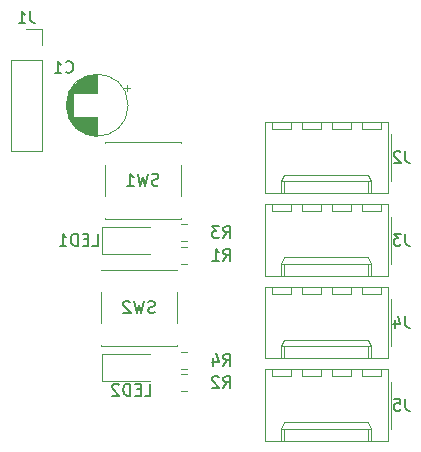
<source format=gbr>
G04 #@! TF.GenerationSoftware,KiCad,Pcbnew,(5.1.0-1195-gcea9cd417)*
G04 #@! TF.CreationDate,2019-08-04T23:05:19-07:00*
G04 #@! TF.ProjectId,URanger,5552616e-6765-4722-9e6b-696361645f70,n/c*
G04 #@! TF.SameCoordinates,Original*
G04 #@! TF.FileFunction,Legend,Bot*
G04 #@! TF.FilePolarity,Positive*
%FSLAX46Y46*%
G04 Gerber Fmt 4.6, Leading zero omitted, Abs format (unit mm)*
G04 Created by KiCad (PCBNEW (5.1.0-1195-gcea9cd417)) date 2019-08-04 23:05:19*
%MOMM*%
%LPD*%
G04 APERTURE LIST*
%ADD10C,0.120000*%
%ADD11C,0.150000*%
G04 APERTURE END LIST*
D10*
X125840000Y-87140000D02*
X125840000Y-93160000D01*
X125840000Y-93160000D02*
X115460000Y-93160000D01*
X115460000Y-93160000D02*
X115460000Y-87140000D01*
X115460000Y-87140000D02*
X125840000Y-87140000D01*
X126130000Y-88170000D02*
X126130000Y-92170000D01*
X124460000Y-93160000D02*
X124460000Y-92160000D01*
X124460000Y-92160000D02*
X116840000Y-92160000D01*
X116840000Y-92160000D02*
X116840000Y-93160000D01*
X124460000Y-92160000D02*
X124210000Y-91630000D01*
X124210000Y-91630000D02*
X117090000Y-91630000D01*
X117090000Y-91630000D02*
X116840000Y-92160000D01*
X124210000Y-93160000D02*
X124210000Y-92160000D01*
X117090000Y-93160000D02*
X117090000Y-92160000D01*
X125260000Y-87140000D02*
X125260000Y-87740000D01*
X125260000Y-87740000D02*
X123660000Y-87740000D01*
X123660000Y-87740000D02*
X123660000Y-87140000D01*
X122720000Y-87140000D02*
X122720000Y-87740000D01*
X122720000Y-87740000D02*
X121120000Y-87740000D01*
X121120000Y-87740000D02*
X121120000Y-87140000D01*
X120180000Y-87140000D02*
X120180000Y-87740000D01*
X120180000Y-87740000D02*
X118580000Y-87740000D01*
X118580000Y-87740000D02*
X118580000Y-87140000D01*
X117640000Y-87140000D02*
X117640000Y-87740000D01*
X117640000Y-87740000D02*
X116040000Y-87740000D01*
X116040000Y-87740000D02*
X116040000Y-87140000D01*
X116040000Y-80755000D02*
X116040000Y-80155000D01*
X117640000Y-80755000D02*
X116040000Y-80755000D01*
X117640000Y-80155000D02*
X117640000Y-80755000D01*
X118580000Y-80755000D02*
X118580000Y-80155000D01*
X120180000Y-80755000D02*
X118580000Y-80755000D01*
X120180000Y-80155000D02*
X120180000Y-80755000D01*
X121120000Y-80755000D02*
X121120000Y-80155000D01*
X122720000Y-80755000D02*
X121120000Y-80755000D01*
X122720000Y-80155000D02*
X122720000Y-80755000D01*
X123660000Y-80755000D02*
X123660000Y-80155000D01*
X125260000Y-80755000D02*
X123660000Y-80755000D01*
X125260000Y-80155000D02*
X125260000Y-80755000D01*
X117090000Y-86175000D02*
X117090000Y-85175000D01*
X124210000Y-86175000D02*
X124210000Y-85175000D01*
X117090000Y-84645000D02*
X116840000Y-85175000D01*
X124210000Y-84645000D02*
X117090000Y-84645000D01*
X124460000Y-85175000D02*
X124210000Y-84645000D01*
X116840000Y-85175000D02*
X116840000Y-86175000D01*
X124460000Y-85175000D02*
X116840000Y-85175000D01*
X124460000Y-86175000D02*
X124460000Y-85175000D01*
X126130000Y-81185000D02*
X126130000Y-85185000D01*
X115460000Y-80155000D02*
X125840000Y-80155000D01*
X115460000Y-86175000D02*
X115460000Y-80155000D01*
X125840000Y-86175000D02*
X115460000Y-86175000D01*
X125840000Y-80155000D02*
X125840000Y-86175000D01*
X125840000Y-73170000D02*
X125840000Y-79190000D01*
X125840000Y-79190000D02*
X115460000Y-79190000D01*
X115460000Y-79190000D02*
X115460000Y-73170000D01*
X115460000Y-73170000D02*
X125840000Y-73170000D01*
X126130000Y-74200000D02*
X126130000Y-78200000D01*
X124460000Y-79190000D02*
X124460000Y-78190000D01*
X124460000Y-78190000D02*
X116840000Y-78190000D01*
X116840000Y-78190000D02*
X116840000Y-79190000D01*
X124460000Y-78190000D02*
X124210000Y-77660000D01*
X124210000Y-77660000D02*
X117090000Y-77660000D01*
X117090000Y-77660000D02*
X116840000Y-78190000D01*
X124210000Y-79190000D02*
X124210000Y-78190000D01*
X117090000Y-79190000D02*
X117090000Y-78190000D01*
X125260000Y-73170000D02*
X125260000Y-73770000D01*
X125260000Y-73770000D02*
X123660000Y-73770000D01*
X123660000Y-73770000D02*
X123660000Y-73170000D01*
X122720000Y-73170000D02*
X122720000Y-73770000D01*
X122720000Y-73770000D02*
X121120000Y-73770000D01*
X121120000Y-73770000D02*
X121120000Y-73170000D01*
X120180000Y-73170000D02*
X120180000Y-73770000D01*
X120180000Y-73770000D02*
X118580000Y-73770000D01*
X118580000Y-73770000D02*
X118580000Y-73170000D01*
X117640000Y-73170000D02*
X117640000Y-73770000D01*
X117640000Y-73770000D02*
X116040000Y-73770000D01*
X116040000Y-73770000D02*
X116040000Y-73170000D01*
X116040000Y-66785000D02*
X116040000Y-66185000D01*
X117640000Y-66785000D02*
X116040000Y-66785000D01*
X117640000Y-66185000D02*
X117640000Y-66785000D01*
X118580000Y-66785000D02*
X118580000Y-66185000D01*
X120180000Y-66785000D02*
X118580000Y-66785000D01*
X120180000Y-66185000D02*
X120180000Y-66785000D01*
X121120000Y-66785000D02*
X121120000Y-66185000D01*
X122720000Y-66785000D02*
X121120000Y-66785000D01*
X122720000Y-66185000D02*
X122720000Y-66785000D01*
X123660000Y-66785000D02*
X123660000Y-66185000D01*
X125260000Y-66785000D02*
X123660000Y-66785000D01*
X125260000Y-66185000D02*
X125260000Y-66785000D01*
X117090000Y-72205000D02*
X117090000Y-71205000D01*
X124210000Y-72205000D02*
X124210000Y-71205000D01*
X117090000Y-70675000D02*
X116840000Y-71205000D01*
X124210000Y-70675000D02*
X117090000Y-70675000D01*
X124460000Y-71205000D02*
X124210000Y-70675000D01*
X116840000Y-71205000D02*
X116840000Y-72205000D01*
X124460000Y-71205000D02*
X116840000Y-71205000D01*
X124460000Y-72205000D02*
X124460000Y-71205000D01*
X126130000Y-67215000D02*
X126130000Y-71215000D01*
X115460000Y-66185000D02*
X125840000Y-66185000D01*
X115460000Y-72205000D02*
X115460000Y-66185000D01*
X125840000Y-72205000D02*
X115460000Y-72205000D01*
X125840000Y-66185000D02*
X125840000Y-72205000D01*
X108005000Y-85145000D02*
X101545000Y-85145000D01*
X108005000Y-80615000D02*
X108005000Y-83215000D01*
X108005000Y-78685000D02*
X101545000Y-78685000D01*
X101545000Y-80615000D02*
X101545000Y-83215000D01*
X108005000Y-78715000D02*
X108005000Y-78685000D01*
X108005000Y-85145000D02*
X108005000Y-85115000D01*
X101545000Y-85145000D02*
X101545000Y-85115000D01*
X101545000Y-78685000D02*
X101545000Y-78715000D01*
X108320225Y-74365000D02*
X101860225Y-74365000D01*
X108320225Y-69835000D02*
X108320225Y-72435000D01*
X108320225Y-67905000D02*
X101860225Y-67905000D01*
X101860225Y-69835000D02*
X101860225Y-72435000D01*
X108320225Y-67935000D02*
X108320225Y-67905000D01*
X108320225Y-74365000D02*
X108320225Y-74335000D01*
X101860225Y-74365000D02*
X101860225Y-74335000D01*
X101860225Y-67905000D02*
X101860225Y-67935000D01*
X108846252Y-87070000D02*
X108323748Y-87070000D01*
X108846252Y-85650000D02*
X108323748Y-85650000D01*
X108846252Y-76275000D02*
X108323748Y-76275000D01*
X108846252Y-74855000D02*
X108323748Y-74855000D01*
X108846252Y-88975000D02*
X108323748Y-88975000D01*
X108846252Y-87555000D02*
X108323748Y-87555000D01*
X108846252Y-78180000D02*
X108323748Y-78180000D01*
X108846252Y-76760000D02*
X108323748Y-76760000D01*
X101680000Y-85860000D02*
X105740000Y-85860000D01*
X101680000Y-88130000D02*
X101680000Y-85860000D01*
X105740000Y-88130000D02*
X101680000Y-88130000D01*
X101680000Y-75065000D02*
X105740000Y-75065000D01*
X101680000Y-77335000D02*
X101680000Y-75065000D01*
X105740000Y-77335000D02*
X101680000Y-77335000D01*
X96580000Y-58360000D02*
X95250000Y-58360000D01*
X96580000Y-59690000D02*
X96580000Y-58360000D01*
X96580000Y-60960000D02*
X93920000Y-60960000D01*
X93920000Y-60960000D02*
X93920000Y-68640000D01*
X96580000Y-60960000D02*
X96580000Y-68640000D01*
X96580000Y-68640000D02*
X93920000Y-68640000D01*
X103789775Y-63045000D02*
X103789775Y-63545000D01*
X104039775Y-63295000D02*
X103539775Y-63295000D01*
X98634000Y-64486000D02*
X98634000Y-65054000D01*
X98674000Y-64252000D02*
X98674000Y-65288000D01*
X98714000Y-64093000D02*
X98714000Y-65447000D01*
X98754000Y-63965000D02*
X98754000Y-65575000D01*
X98794000Y-63855000D02*
X98794000Y-65685000D01*
X98834000Y-63759000D02*
X98834000Y-65781000D01*
X98874000Y-63672000D02*
X98874000Y-65868000D01*
X98914000Y-63592000D02*
X98914000Y-65948000D01*
X98954000Y-63519000D02*
X98954000Y-66021000D01*
X98994000Y-63451000D02*
X98994000Y-66089000D01*
X99034000Y-63387000D02*
X99034000Y-66153000D01*
X99074000Y-63327000D02*
X99074000Y-66213000D01*
X99114000Y-63270000D02*
X99114000Y-66270000D01*
X99154000Y-63216000D02*
X99154000Y-66324000D01*
X99194000Y-63165000D02*
X99194000Y-66375000D01*
X99234000Y-65810000D02*
X99234000Y-66423000D01*
X99234000Y-63117000D02*
X99234000Y-63730000D01*
X99274000Y-65810000D02*
X99274000Y-66469000D01*
X99274000Y-63071000D02*
X99274000Y-63730000D01*
X99314000Y-65810000D02*
X99314000Y-66513000D01*
X99314000Y-63027000D02*
X99314000Y-63730000D01*
X99354000Y-65810000D02*
X99354000Y-66555000D01*
X99354000Y-62985000D02*
X99354000Y-63730000D01*
X99394000Y-65810000D02*
X99394000Y-66596000D01*
X99394000Y-62944000D02*
X99394000Y-63730000D01*
X99434000Y-65810000D02*
X99434000Y-66634000D01*
X99434000Y-62906000D02*
X99434000Y-63730000D01*
X99474000Y-65810000D02*
X99474000Y-66671000D01*
X99474000Y-62869000D02*
X99474000Y-63730000D01*
X99514000Y-65810000D02*
X99514000Y-66707000D01*
X99514000Y-62833000D02*
X99514000Y-63730000D01*
X99554000Y-65810000D02*
X99554000Y-66741000D01*
X99554000Y-62799000D02*
X99554000Y-63730000D01*
X99594000Y-65810000D02*
X99594000Y-66774000D01*
X99594000Y-62766000D02*
X99594000Y-63730000D01*
X99634000Y-65810000D02*
X99634000Y-66805000D01*
X99634000Y-62735000D02*
X99634000Y-63730000D01*
X99674000Y-65810000D02*
X99674000Y-66835000D01*
X99674000Y-62705000D02*
X99674000Y-63730000D01*
X99714000Y-65810000D02*
X99714000Y-66865000D01*
X99714000Y-62675000D02*
X99714000Y-63730000D01*
X99754000Y-65810000D02*
X99754000Y-66892000D01*
X99754000Y-62648000D02*
X99754000Y-63730000D01*
X99794000Y-65810000D02*
X99794000Y-66919000D01*
X99794000Y-62621000D02*
X99794000Y-63730000D01*
X99834000Y-65810000D02*
X99834000Y-66945000D01*
X99834000Y-62595000D02*
X99834000Y-63730000D01*
X99874000Y-65810000D02*
X99874000Y-66970000D01*
X99874000Y-62570000D02*
X99874000Y-63730000D01*
X99914000Y-65810000D02*
X99914000Y-66994000D01*
X99914000Y-62546000D02*
X99914000Y-63730000D01*
X99954000Y-65810000D02*
X99954000Y-67017000D01*
X99954000Y-62523000D02*
X99954000Y-63730000D01*
X99994000Y-65810000D02*
X99994000Y-67038000D01*
X99994000Y-62502000D02*
X99994000Y-63730000D01*
X100034000Y-65810000D02*
X100034000Y-67060000D01*
X100034000Y-62480000D02*
X100034000Y-63730000D01*
X100074000Y-65810000D02*
X100074000Y-67080000D01*
X100074000Y-62460000D02*
X100074000Y-63730000D01*
X100114000Y-65810000D02*
X100114000Y-67099000D01*
X100114000Y-62441000D02*
X100114000Y-63730000D01*
X100154000Y-65810000D02*
X100154000Y-67118000D01*
X100154000Y-62422000D02*
X100154000Y-63730000D01*
X100194000Y-65810000D02*
X100194000Y-67135000D01*
X100194000Y-62405000D02*
X100194000Y-63730000D01*
X100234000Y-65810000D02*
X100234000Y-67152000D01*
X100234000Y-62388000D02*
X100234000Y-63730000D01*
X100274000Y-65810000D02*
X100274000Y-67168000D01*
X100274000Y-62372000D02*
X100274000Y-63730000D01*
X100314000Y-65810000D02*
X100314000Y-67184000D01*
X100314000Y-62356000D02*
X100314000Y-63730000D01*
X100354000Y-65810000D02*
X100354000Y-67198000D01*
X100354000Y-62342000D02*
X100354000Y-63730000D01*
X100394000Y-65810000D02*
X100394000Y-67212000D01*
X100394000Y-62328000D02*
X100394000Y-63730000D01*
X100434000Y-65810000D02*
X100434000Y-67225000D01*
X100434000Y-62315000D02*
X100434000Y-63730000D01*
X100474000Y-65810000D02*
X100474000Y-67238000D01*
X100474000Y-62302000D02*
X100474000Y-63730000D01*
X100514000Y-65810000D02*
X100514000Y-67250000D01*
X100514000Y-62290000D02*
X100514000Y-63730000D01*
X100555000Y-65810000D02*
X100555000Y-67261000D01*
X100555000Y-62279000D02*
X100555000Y-63730000D01*
X100595000Y-65810000D02*
X100595000Y-67271000D01*
X100595000Y-62269000D02*
X100595000Y-63730000D01*
X100635000Y-65810000D02*
X100635000Y-67281000D01*
X100635000Y-62259000D02*
X100635000Y-63730000D01*
X100675000Y-65810000D02*
X100675000Y-67290000D01*
X100675000Y-62250000D02*
X100675000Y-63730000D01*
X100715000Y-65810000D02*
X100715000Y-67298000D01*
X100715000Y-62242000D02*
X100715000Y-63730000D01*
X100755000Y-65810000D02*
X100755000Y-67306000D01*
X100755000Y-62234000D02*
X100755000Y-63730000D01*
X100795000Y-65810000D02*
X100795000Y-67313000D01*
X100795000Y-62227000D02*
X100795000Y-63730000D01*
X100835000Y-65810000D02*
X100835000Y-67320000D01*
X100835000Y-62220000D02*
X100835000Y-63730000D01*
X100875000Y-65810000D02*
X100875000Y-67326000D01*
X100875000Y-62214000D02*
X100875000Y-63730000D01*
X100915000Y-65810000D02*
X100915000Y-67331000D01*
X100915000Y-62209000D02*
X100915000Y-63730000D01*
X100955000Y-65810000D02*
X100955000Y-67335000D01*
X100955000Y-62205000D02*
X100955000Y-63730000D01*
X100995000Y-65810000D02*
X100995000Y-67339000D01*
X100995000Y-62201000D02*
X100995000Y-63730000D01*
X101035000Y-65810000D02*
X101035000Y-67343000D01*
X101035000Y-62197000D02*
X101035000Y-63730000D01*
X101075000Y-65810000D02*
X101075000Y-67346000D01*
X101075000Y-62194000D02*
X101075000Y-63730000D01*
X101115000Y-65810000D02*
X101115000Y-67348000D01*
X101115000Y-62192000D02*
X101115000Y-63730000D01*
X101155000Y-65810000D02*
X101155000Y-67349000D01*
X101155000Y-62191000D02*
X101155000Y-63730000D01*
X101195000Y-62190000D02*
X101195000Y-63730000D01*
X101195000Y-65810000D02*
X101195000Y-67350000D01*
X101235000Y-62190000D02*
X101235000Y-63730000D01*
X101235000Y-65810000D02*
X101235000Y-67350000D01*
X103855000Y-64770000D02*
G75*
G03X103855000Y-64770000I-2620000J0D01*
G01*
D11*
X127333333Y-89622380D02*
X127333333Y-90336666D01*
X127380952Y-90479523D01*
X127476190Y-90574761D01*
X127619047Y-90622380D01*
X127714285Y-90622380D01*
X126380952Y-89622380D02*
X126857142Y-89622380D01*
X126904761Y-90098571D01*
X126857142Y-90050952D01*
X126761904Y-90003333D01*
X126523809Y-90003333D01*
X126428571Y-90050952D01*
X126380952Y-90098571D01*
X126333333Y-90193809D01*
X126333333Y-90431904D01*
X126380952Y-90527142D01*
X126428571Y-90574761D01*
X126523809Y-90622380D01*
X126761904Y-90622380D01*
X126857142Y-90574761D01*
X126904761Y-90527142D01*
X127333333Y-82637380D02*
X127333333Y-83351666D01*
X127380952Y-83494523D01*
X127476190Y-83589761D01*
X127619047Y-83637380D01*
X127714285Y-83637380D01*
X126428571Y-82970714D02*
X126428571Y-83637380D01*
X126666666Y-82589761D02*
X126904761Y-83304047D01*
X126285714Y-83304047D01*
X127333333Y-75652380D02*
X127333333Y-76366666D01*
X127380952Y-76509523D01*
X127476190Y-76604761D01*
X127619047Y-76652380D01*
X127714285Y-76652380D01*
X126952380Y-75652380D02*
X126333333Y-75652380D01*
X126666666Y-76033333D01*
X126523809Y-76033333D01*
X126428571Y-76080952D01*
X126380952Y-76128571D01*
X126333333Y-76223809D01*
X126333333Y-76461904D01*
X126380952Y-76557142D01*
X126428571Y-76604761D01*
X126523809Y-76652380D01*
X126809523Y-76652380D01*
X126904761Y-76604761D01*
X126952380Y-76557142D01*
X127333333Y-68667380D02*
X127333333Y-69381666D01*
X127380952Y-69524523D01*
X127476190Y-69619761D01*
X127619047Y-69667380D01*
X127714285Y-69667380D01*
X126904761Y-68762619D02*
X126857142Y-68715000D01*
X126761904Y-68667380D01*
X126523809Y-68667380D01*
X126428571Y-68715000D01*
X126380952Y-68762619D01*
X126333333Y-68857857D01*
X126333333Y-68953095D01*
X126380952Y-69095952D01*
X126952380Y-69667380D01*
X126333333Y-69667380D01*
X106108333Y-82319761D02*
X105965476Y-82367380D01*
X105727380Y-82367380D01*
X105632142Y-82319761D01*
X105584523Y-82272142D01*
X105536904Y-82176904D01*
X105536904Y-82081666D01*
X105584523Y-81986428D01*
X105632142Y-81938809D01*
X105727380Y-81891190D01*
X105917857Y-81843571D01*
X106013095Y-81795952D01*
X106060714Y-81748333D01*
X106108333Y-81653095D01*
X106108333Y-81557857D01*
X106060714Y-81462619D01*
X106013095Y-81415000D01*
X105917857Y-81367380D01*
X105679761Y-81367380D01*
X105536904Y-81415000D01*
X105203571Y-81367380D02*
X104965476Y-82367380D01*
X104775000Y-81653095D01*
X104584523Y-82367380D01*
X104346428Y-81367380D01*
X104013095Y-81462619D02*
X103965476Y-81415000D01*
X103870238Y-81367380D01*
X103632142Y-81367380D01*
X103536904Y-81415000D01*
X103489285Y-81462619D01*
X103441666Y-81557857D01*
X103441666Y-81653095D01*
X103489285Y-81795952D01*
X104060714Y-82367380D01*
X103441666Y-82367380D01*
X106423558Y-71524761D02*
X106280701Y-71572380D01*
X106042605Y-71572380D01*
X105947367Y-71524761D01*
X105899748Y-71477142D01*
X105852129Y-71381904D01*
X105852129Y-71286666D01*
X105899748Y-71191428D01*
X105947367Y-71143809D01*
X106042605Y-71096190D01*
X106233082Y-71048571D01*
X106328320Y-71000952D01*
X106375939Y-70953333D01*
X106423558Y-70858095D01*
X106423558Y-70762857D01*
X106375939Y-70667619D01*
X106328320Y-70620000D01*
X106233082Y-70572380D01*
X105994986Y-70572380D01*
X105852129Y-70620000D01*
X105518796Y-70572380D02*
X105280701Y-71572380D01*
X105090225Y-70858095D01*
X104899748Y-71572380D01*
X104661653Y-70572380D01*
X103756891Y-71572380D02*
X104328320Y-71572380D01*
X104042605Y-71572380D02*
X104042605Y-70572380D01*
X104137844Y-70715238D01*
X104233082Y-70810476D01*
X104328320Y-70858095D01*
X111926666Y-86812380D02*
X112260000Y-86336190D01*
X112498095Y-86812380D02*
X112498095Y-85812380D01*
X112117142Y-85812380D01*
X112021904Y-85860000D01*
X111974285Y-85907619D01*
X111926666Y-86002857D01*
X111926666Y-86145714D01*
X111974285Y-86240952D01*
X112021904Y-86288571D01*
X112117142Y-86336190D01*
X112498095Y-86336190D01*
X111069523Y-86145714D02*
X111069523Y-86812380D01*
X111307619Y-85764761D02*
X111545714Y-86479047D01*
X110926666Y-86479047D01*
X111926666Y-76017380D02*
X112260000Y-75541190D01*
X112498095Y-76017380D02*
X112498095Y-75017380D01*
X112117142Y-75017380D01*
X112021904Y-75065000D01*
X111974285Y-75112619D01*
X111926666Y-75207857D01*
X111926666Y-75350714D01*
X111974285Y-75445952D01*
X112021904Y-75493571D01*
X112117142Y-75541190D01*
X112498095Y-75541190D01*
X111593333Y-75017380D02*
X110974285Y-75017380D01*
X111307619Y-75398333D01*
X111164761Y-75398333D01*
X111069523Y-75445952D01*
X111021904Y-75493571D01*
X110974285Y-75588809D01*
X110974285Y-75826904D01*
X111021904Y-75922142D01*
X111069523Y-75969761D01*
X111164761Y-76017380D01*
X111450476Y-76017380D01*
X111545714Y-75969761D01*
X111593333Y-75922142D01*
X111926666Y-88717380D02*
X112260000Y-88241190D01*
X112498095Y-88717380D02*
X112498095Y-87717380D01*
X112117142Y-87717380D01*
X112021904Y-87765000D01*
X111974285Y-87812619D01*
X111926666Y-87907857D01*
X111926666Y-88050714D01*
X111974285Y-88145952D01*
X112021904Y-88193571D01*
X112117142Y-88241190D01*
X112498095Y-88241190D01*
X111545714Y-87812619D02*
X111498095Y-87765000D01*
X111402857Y-87717380D01*
X111164761Y-87717380D01*
X111069523Y-87765000D01*
X111021904Y-87812619D01*
X110974285Y-87907857D01*
X110974285Y-88003095D01*
X111021904Y-88145952D01*
X111593333Y-88717380D01*
X110974285Y-88717380D01*
X111926666Y-77922380D02*
X112260000Y-77446190D01*
X112498095Y-77922380D02*
X112498095Y-76922380D01*
X112117142Y-76922380D01*
X112021904Y-76970000D01*
X111974285Y-77017619D01*
X111926666Y-77112857D01*
X111926666Y-77255714D01*
X111974285Y-77350952D01*
X112021904Y-77398571D01*
X112117142Y-77446190D01*
X112498095Y-77446190D01*
X110974285Y-77922380D02*
X111545714Y-77922380D01*
X111260000Y-77922380D02*
X111260000Y-76922380D01*
X111355238Y-77065238D01*
X111450476Y-77160476D01*
X111545714Y-77208095D01*
X105259047Y-89352380D02*
X105735238Y-89352380D01*
X105735238Y-88352380D01*
X104925714Y-88828571D02*
X104592380Y-88828571D01*
X104449523Y-89352380D02*
X104925714Y-89352380D01*
X104925714Y-88352380D01*
X104449523Y-88352380D01*
X104020952Y-89352380D02*
X104020952Y-88352380D01*
X103782857Y-88352380D01*
X103640000Y-88400000D01*
X103544761Y-88495238D01*
X103497142Y-88590476D01*
X103449523Y-88780952D01*
X103449523Y-88923809D01*
X103497142Y-89114285D01*
X103544761Y-89209523D01*
X103640000Y-89304761D01*
X103782857Y-89352380D01*
X104020952Y-89352380D01*
X103068571Y-88447619D02*
X103020952Y-88400000D01*
X102925714Y-88352380D01*
X102687619Y-88352380D01*
X102592380Y-88400000D01*
X102544761Y-88447619D01*
X102497142Y-88542857D01*
X102497142Y-88638095D01*
X102544761Y-88780952D01*
X103116190Y-89352380D01*
X102497142Y-89352380D01*
X100814047Y-76652380D02*
X101290238Y-76652380D01*
X101290238Y-75652380D01*
X100480714Y-76128571D02*
X100147380Y-76128571D01*
X100004523Y-76652380D02*
X100480714Y-76652380D01*
X100480714Y-75652380D01*
X100004523Y-75652380D01*
X99575952Y-76652380D02*
X99575952Y-75652380D01*
X99337857Y-75652380D01*
X99195000Y-75700000D01*
X99099761Y-75795238D01*
X99052142Y-75890476D01*
X99004523Y-76080952D01*
X99004523Y-76223809D01*
X99052142Y-76414285D01*
X99099761Y-76509523D01*
X99195000Y-76604761D01*
X99337857Y-76652380D01*
X99575952Y-76652380D01*
X98052142Y-76652380D02*
X98623571Y-76652380D01*
X98337857Y-76652380D02*
X98337857Y-75652380D01*
X98433095Y-75795238D01*
X98528333Y-75890476D01*
X98623571Y-75938095D01*
X95583333Y-56812380D02*
X95583333Y-57526666D01*
X95630952Y-57669523D01*
X95726190Y-57764761D01*
X95869047Y-57812380D01*
X95964285Y-57812380D01*
X94583333Y-57812380D02*
X95154761Y-57812380D01*
X94869047Y-57812380D02*
X94869047Y-56812380D01*
X94964285Y-56955238D01*
X95059523Y-57050476D01*
X95154761Y-57098095D01*
X98591666Y-61952142D02*
X98639285Y-61999761D01*
X98782142Y-62047380D01*
X98877380Y-62047380D01*
X99020238Y-61999761D01*
X99115476Y-61904523D01*
X99163095Y-61809285D01*
X99210714Y-61618809D01*
X99210714Y-61475952D01*
X99163095Y-61285476D01*
X99115476Y-61190238D01*
X99020238Y-61095000D01*
X98877380Y-61047380D01*
X98782142Y-61047380D01*
X98639285Y-61095000D01*
X98591666Y-61142619D01*
X97639285Y-62047380D02*
X98210714Y-62047380D01*
X97925000Y-62047380D02*
X97925000Y-61047380D01*
X98020238Y-61190238D01*
X98115476Y-61285476D01*
X98210714Y-61333095D01*
M02*

</source>
